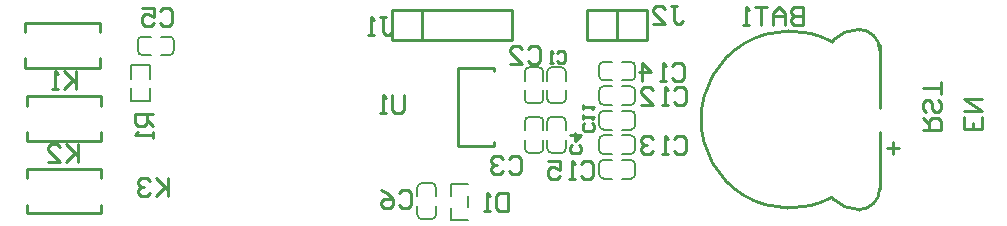
<source format=gbo>
G04*
G04 #@! TF.GenerationSoftware,Altium Limited,Altium Designer,19.0.4 (130)*
G04*
G04 Layer_Color=32896*
%FSLAX44Y44*%
%MOMM*%
G71*
G01*
G75*
%ADD12C,0.2000*%
%ADD13C,0.2540*%
%ADD15C,0.1524*%
D12*
X557650Y102400D02*
G03*
X553650Y106400I-4000J0D01*
G01*
X553650Y90600D02*
G03*
X557650Y94600I-0J4000D01*
G01*
X526950Y94600D02*
G03*
X530950Y90600I4000J0D01*
G01*
X530950Y106400D02*
G03*
X526950Y102400I0J-4000D01*
G01*
X483100Y116650D02*
G03*
X487100Y112650I4000J0D01*
G01*
X494900D02*
G03*
X498900Y116650I0J4000D01*
G01*
X498900Y139350D02*
G03*
X494900Y143350I-4000J-0D01*
G01*
X487100D02*
G03*
X483100Y139350I0J-4000D01*
G01*
X464100Y116650D02*
G03*
X468100Y112650I4000J0D01*
G01*
X475900Y112650D02*
G03*
X479900Y116650I0J4000D01*
G01*
Y139350D02*
G03*
X475900Y143350I-4000J-0D01*
G01*
X468100Y143350D02*
G03*
X464100Y139350I0J-4000D01*
G01*
X479900Y97350D02*
G03*
X475900Y101350I-4000J-0D01*
G01*
X468100D02*
G03*
X464100Y97350I0J-4000D01*
G01*
Y74650D02*
G03*
X468100Y70650I4000J0D01*
G01*
X475900D02*
G03*
X479900Y74650I0J4000D01*
G01*
X498900Y97350D02*
G03*
X494900Y101350I-4000J-0D01*
G01*
X487100Y101350D02*
G03*
X483100Y97350I0J-4000D01*
G01*
X483100Y74650D02*
G03*
X487100Y70650I4000J0D01*
G01*
X494900D02*
G03*
X498900Y74650I0J4000D01*
G01*
X557650Y123150D02*
G03*
X553650Y127150I-4000J0D01*
G01*
X553650Y111350D02*
G03*
X557650Y115350I-0J4000D01*
G01*
X526950D02*
G03*
X530950Y111350I4000J0D01*
G01*
X530950Y127150D02*
G03*
X526950Y123150I0J-4000D01*
G01*
X557650Y81650D02*
G03*
X553650Y85650I-4000J0D01*
G01*
Y69850D02*
G03*
X557650Y73850I-0J4000D01*
G01*
X526950Y73850D02*
G03*
X530950Y69850I4000J0D01*
G01*
X530950Y85650D02*
G03*
X526950Y81650I0J-4000D01*
G01*
X373100Y18650D02*
G03*
X377100Y14650I4000J0D01*
G01*
X384900D02*
G03*
X388900Y18650I0J4000D01*
G01*
X388900Y41350D02*
G03*
X384900Y45350I-4000J-0D01*
G01*
X377100D02*
G03*
X373100Y41350I0J-4000D01*
G01*
X167050Y165340D02*
G03*
X163050Y169340I-4000J0D01*
G01*
Y153540D02*
G03*
X167050Y157540I-0J4000D01*
G01*
X136350Y157540D02*
G03*
X140350Y153540I4000J0D01*
G01*
X140350Y169340D02*
G03*
X136350Y165340I0J-4000D01*
G01*
X557650Y143900D02*
G03*
X553650Y147900I-4000J0D01*
G01*
X553650Y132100D02*
G03*
X557650Y136100I-0J4000D01*
G01*
X526950Y136100D02*
G03*
X530950Y132100I4000J0D01*
G01*
X530950Y147900D02*
G03*
X526950Y143900I0J-4000D01*
G01*
X530950Y64900D02*
G03*
X526950Y60900I0J-4000D01*
G01*
X526950Y53100D02*
G03*
X530950Y49100I4000J0D01*
G01*
X553650D02*
G03*
X557650Y53100I-0J4000D01*
G01*
Y60900D02*
G03*
X553650Y64900I-4000J0D01*
G01*
X546300Y90600D02*
X553650Y90600D01*
X530950Y90600D02*
X538300Y90600D01*
X530950Y106400D02*
X538300D01*
X557650Y94600D02*
Y102400D01*
X526950Y94600D02*
Y102400D01*
X546300Y106400D02*
X553650D01*
X483100Y139350D02*
X483100Y132000D01*
X487100Y112650D02*
X494900Y112650D01*
X487100Y143350D02*
X494900D01*
X483100Y116650D02*
X483100Y124000D01*
X498900Y124000D02*
X498900Y116650D01*
X498900Y132000D02*
X498900Y139350D01*
X464100Y139350D02*
X464100Y132000D01*
X468100Y112650D02*
X475900Y112650D01*
X468100Y143350D02*
X475900Y143350D01*
X464100Y124000D02*
X464100Y116650D01*
X479900Y124000D02*
X479900Y116650D01*
X479900Y132000D02*
X479900Y139350D01*
X479900Y74650D02*
Y82000D01*
X468100Y101350D02*
X475900D01*
X468100Y70650D02*
X475900Y70650D01*
X479900Y90000D02*
Y97350D01*
X464100Y90000D02*
Y97350D01*
Y74650D02*
X464100Y82000D01*
X498900Y74650D02*
X498900Y82000D01*
X487100Y101350D02*
X494900Y101350D01*
X487100Y70650D02*
X494900Y70650D01*
X498900Y90000D02*
X498900Y97350D01*
X483100Y90000D02*
Y97350D01*
Y74650D02*
Y82000D01*
X546300Y111350D02*
X553650D01*
X530950D02*
X538300D01*
X530950Y127150D02*
X538300Y127150D01*
X557650Y115350D02*
Y123150D01*
X526950Y123150D02*
X526950Y115350D01*
X546300Y127150D02*
X553650Y127150D01*
X546300Y69850D02*
X553650Y69850D01*
X530950Y69850D02*
X538300D01*
X530950Y85650D02*
X538300D01*
X557650Y73850D02*
Y81650D01*
X526950Y73850D02*
Y81650D01*
X546300Y85650D02*
X553650Y85650D01*
X373100Y34000D02*
Y41350D01*
X377100Y14650D02*
X384900D01*
X377100Y45350D02*
X384900D01*
X373100Y18650D02*
Y26000D01*
X388900Y26000D02*
X388900Y18650D01*
X388900Y34000D02*
Y41350D01*
X131100Y133700D02*
Y145050D01*
Y114350D02*
X146900D01*
X131100Y145050D02*
X146900D01*
X131100Y114350D02*
Y125700D01*
X146900Y133700D02*
Y145050D01*
Y114350D02*
Y125700D01*
X155700Y153540D02*
X163050D01*
X140350Y153540D02*
X147700D01*
X140350Y169340D02*
X147700D01*
X167050Y157540D02*
Y165340D01*
X136350Y157540D02*
Y165340D01*
X155700Y169340D02*
X163050D01*
X546300Y132100D02*
X553650Y132100D01*
X530950Y132100D02*
X538300D01*
X530950Y147900D02*
X538300D01*
X557650Y136100D02*
Y143900D01*
X526950Y136100D02*
Y143900D01*
X546300Y147900D02*
X553650D01*
X546300Y64900D02*
X553650D01*
X526950Y53100D02*
Y60900D01*
X557650Y60900D02*
X557650Y53100D01*
X530950Y64900D02*
X538300D01*
X530950Y49100D02*
X538300Y49100D01*
X546300Y49100D02*
X553650Y49100D01*
D13*
X764540Y157916D02*
G03*
X759460Y170180I-17344J0D01*
G01*
X724312Y164876D02*
G03*
X723900Y33020I-35972J-65816D01*
G01*
X759460Y170180D02*
G03*
X747196Y175260I-12264J-12264D01*
G01*
X759460Y27940D02*
G03*
X764540Y40204I-12264J12264D01*
G01*
X747196Y22860D02*
G03*
X759460Y27940I0J17344D01*
G01*
X746760Y175260D02*
G03*
X725080Y166280I0J-30661D01*
G01*
Y31840D02*
G03*
X746760Y22860I21680J21680D01*
G01*
X770890Y74930D02*
X781050D01*
X775970Y80010D02*
X775970Y69850D01*
X764540Y40204D02*
Y88900D01*
X723900Y33020D02*
X725080Y31840D01*
X764540Y109220D02*
Y160020D01*
X764540Y162560D02*
X764540Y160020D01*
X746760Y22860D02*
X747196D01*
X723900Y165100D02*
X725080Y166280D01*
X746760Y175260D02*
X747196D01*
X516900Y166300D02*
X567700D01*
X516900D02*
Y191700D01*
X567700D01*
Y166300D02*
Y191700D01*
X542300Y166300D02*
Y191700D01*
X437958Y79774D02*
X437958Y76980D01*
X407478D02*
X407478Y143020D01*
X437958Y143020D01*
Y140226D02*
Y143020D01*
X407478Y76980D02*
X437958D01*
X377300Y166300D02*
Y191700D01*
X351900Y166300D02*
Y191700D01*
Y166300D02*
X453500Y166300D01*
Y191700D01*
X351900Y191700D02*
X453500Y191700D01*
X42616Y57530D02*
X105616Y57530D01*
X42616Y19530D02*
X105616Y19530D01*
Y49198D02*
Y57530D01*
X42616Y49198D02*
Y57530D01*
X105616Y19530D02*
Y26846D01*
X42616Y19530D02*
Y26846D01*
X42616Y119125D02*
X105616Y119125D01*
X42616Y81125D02*
X105616Y81125D01*
X105616Y110793D02*
Y119125D01*
X42616Y110793D02*
Y119125D01*
X105616Y81125D02*
Y88441D01*
X42616Y81125D02*
Y88441D01*
X41384Y142720D02*
X104384Y142720D01*
X41384Y180720D02*
X104384Y180720D01*
X41384Y142720D02*
Y151052D01*
X104384Y142720D02*
Y151052D01*
X41384Y173404D02*
Y180720D01*
X104384Y180720D02*
X104384Y173404D01*
X851235Y101157D02*
Y91000D01*
X836000D01*
Y101157D01*
X843617Y91000D02*
Y96078D01*
X836000Y106235D02*
X851235D01*
X836000Y116392D01*
X851235D01*
X801414Y90000D02*
X816649D01*
Y97618D01*
X814110Y100157D01*
X809031D01*
X806492Y97618D01*
Y90000D01*
Y95078D02*
X801414Y100157D01*
X814110Y115392D02*
X816649Y112853D01*
Y107774D01*
X814110Y105235D01*
X811571D01*
X809031Y107774D01*
Y112853D01*
X806492Y115392D01*
X803953D01*
X801414Y112853D01*
Y107774D01*
X803953Y105235D01*
X816649Y120470D02*
Y130627D01*
Y125548D01*
X801414D01*
X699740Y194235D02*
Y179000D01*
X692123D01*
X689583Y181539D01*
Y184078D01*
X692123Y186618D01*
X699740D01*
X692123D01*
X689583Y189157D01*
Y191696D01*
X692123Y194235D01*
X699740D01*
X684505Y179000D02*
Y189157D01*
X679427Y194235D01*
X674348Y189157D01*
Y179000D01*
Y186618D01*
X684505D01*
X669270Y194235D02*
X659113D01*
X664192D01*
Y179000D01*
X654035D02*
X648957D01*
X651496D01*
Y194235D01*
X654035Y191696D01*
X587652Y194910D02*
X592730D01*
X590191D01*
Y182214D01*
X592730Y179674D01*
X595269D01*
X597808Y182214D01*
X572417Y179674D02*
X582573D01*
X572417Y189831D01*
Y192370D01*
X574956Y194910D01*
X580034D01*
X582573Y192370D01*
X521331Y96375D02*
X522997Y94708D01*
Y91376D01*
X521331Y89710D01*
X514666D01*
X513000Y91376D01*
Y94708D01*
X514666Y96375D01*
X513000Y99707D02*
Y103039D01*
Y101373D01*
X522997D01*
X521331Y99707D01*
X513000Y108038D02*
Y111370D01*
Y109704D01*
X522997D01*
X521331Y108038D01*
X491708Y155331D02*
X493374Y156997D01*
X496707D01*
X498373Y155331D01*
Y148666D01*
X496707Y147000D01*
X493374D01*
X491708Y148666D01*
X488376Y147000D02*
X485044D01*
X486710D01*
Y156997D01*
X488376Y155331D01*
X466669Y158696D02*
X469208Y161235D01*
X474287D01*
X476826Y158696D01*
Y148539D01*
X474287Y146000D01*
X469208D01*
X466669Y148539D01*
X451434Y146000D02*
X461591D01*
X451434Y156157D01*
Y158696D01*
X453973Y161235D01*
X459052D01*
X461591Y158696D01*
X451152Y65696D02*
X453691Y68235D01*
X458769D01*
X461309Y65696D01*
Y55539D01*
X458769Y53000D01*
X453691D01*
X451152Y55539D01*
X446074Y65696D02*
X443535Y68235D01*
X438456D01*
X435917Y65696D01*
Y63157D01*
X438456Y60617D01*
X440995D01*
X438456D01*
X435917Y58078D01*
Y55539D01*
X438456Y53000D01*
X443535D01*
X446074Y55539D01*
X510349Y77757D02*
X512015Y76091D01*
Y72759D01*
X510349Y71093D01*
X503684D01*
X502018Y72759D01*
Y76091D01*
X503684Y77757D01*
X502018Y86088D02*
X512015D01*
X507016Y81090D01*
Y87754D01*
X590655Y123696D02*
X593194Y126235D01*
X598273D01*
X600812Y123696D01*
Y113539D01*
X598273Y111000D01*
X593194D01*
X590655Y113539D01*
X585577Y111000D02*
X580498D01*
X583038D01*
Y126235D01*
X585577Y123696D01*
X562724Y111000D02*
X572881D01*
X562724Y121157D01*
Y123696D01*
X565263Y126235D01*
X570342D01*
X572881Y123696D01*
X590655Y82610D02*
X593194Y85149D01*
X598273D01*
X600812Y82610D01*
Y72453D01*
X598273Y69914D01*
X593194D01*
X590655Y72453D01*
X585577Y69914D02*
X580498D01*
X583038D01*
Y85149D01*
X585577Y82610D01*
X572881D02*
X570342Y85149D01*
X565263D01*
X562724Y82610D01*
Y80071D01*
X565263Y77532D01*
X567803D01*
X565263D01*
X562724Y74992D01*
Y72453D01*
X565263Y69914D01*
X570342D01*
X572881Y72453D01*
X450000Y37235D02*
Y22000D01*
X442383D01*
X439843Y24539D01*
Y34696D01*
X442383Y37235D01*
X450000D01*
X434765Y22000D02*
X429687D01*
X432226D01*
Y37235D01*
X434765Y34696D01*
X357316Y36696D02*
X359855Y39235D01*
X364933D01*
X367472Y36696D01*
Y26539D01*
X364933Y24000D01*
X359855D01*
X357316Y26539D01*
X342081Y39235D02*
X347159Y36696D01*
X352237Y31618D01*
Y26539D01*
X349698Y24000D01*
X344620D01*
X342081Y26539D01*
Y29078D01*
X344620Y31618D01*
X352237D01*
X361662Y119909D02*
Y107213D01*
X359123Y104674D01*
X354045D01*
X351506Y107213D01*
Y119909D01*
X346427Y104674D02*
X341349D01*
X343888D01*
Y119909D01*
X346427Y117370D01*
X341843Y185555D02*
X346922D01*
X344383D01*
Y172859D01*
X346922Y170320D01*
X349461D01*
X352000Y172859D01*
X336765Y170320D02*
X331687D01*
X334226D01*
Y185555D01*
X336765Y183016D01*
X149200Y103800D02*
X133965D01*
Y96182D01*
X136504Y93643D01*
X141582D01*
X144122Y96182D01*
Y103800D01*
Y98722D02*
X149200Y93643D01*
Y88565D02*
Y83486D01*
Y86026D01*
X133965D01*
X136504Y88565D01*
X162270Y49235D02*
Y34000D01*
Y39078D01*
X152113Y49235D01*
X159731Y41617D01*
X152113Y34000D01*
X147035Y46696D02*
X144496Y49235D01*
X139417D01*
X136878Y46696D01*
Y44157D01*
X139417Y41617D01*
X141957D01*
X139417D01*
X136878Y39078D01*
Y36539D01*
X139417Y34000D01*
X144496D01*
X147035Y36539D01*
X85441Y77930D02*
Y62695D01*
Y67774D01*
X75285Y77930D01*
X82902Y70313D01*
X75285Y62695D01*
X60050D02*
X70206D01*
X60050Y72852D01*
Y75391D01*
X62589Y77930D01*
X67667D01*
X70206Y75391D01*
X84479Y140068D02*
Y124833D01*
Y129912D01*
X74322Y140068D01*
X81939Y132451D01*
X74322Y124833D01*
X69244D02*
X64165D01*
X66705D01*
Y140068D01*
X69244Y137529D01*
X511843Y61696D02*
X514383Y64235D01*
X519461D01*
X522000Y61696D01*
Y51539D01*
X519461Y49000D01*
X514383D01*
X511843Y51539D01*
X506765Y49000D02*
X501687D01*
X504226D01*
Y64235D01*
X506765Y61696D01*
X483912Y64235D02*
X494069D01*
Y56617D01*
X488991Y59157D01*
X486451D01*
X483912Y56617D01*
Y51539D01*
X486451Y49000D01*
X491530D01*
X494069Y51539D01*
X588843Y144696D02*
X591382Y147235D01*
X596461D01*
X599000Y144696D01*
Y134539D01*
X596461Y132000D01*
X591382D01*
X588843Y134539D01*
X583765Y132000D02*
X578687D01*
X581226D01*
Y147235D01*
X583765Y144696D01*
X563451Y132000D02*
Y147235D01*
X571069Y139618D01*
X560912D01*
X155441Y190692D02*
X157980Y193231D01*
X163059D01*
X165598Y190692D01*
Y180535D01*
X163059Y177996D01*
X157980D01*
X155441Y180535D01*
X140206Y193231D02*
X150363D01*
Y185614D01*
X145285Y188153D01*
X142745D01*
X140206Y185614D01*
Y180535D01*
X142745Y177996D01*
X147824D01*
X150363Y180535D01*
D15*
X416263Y24946D02*
Y34054D01*
X401738Y34446D02*
Y44762D01*
X416263D01*
X401738Y14238D02*
Y24554D01*
Y14238D02*
X416263D01*
M02*

</source>
